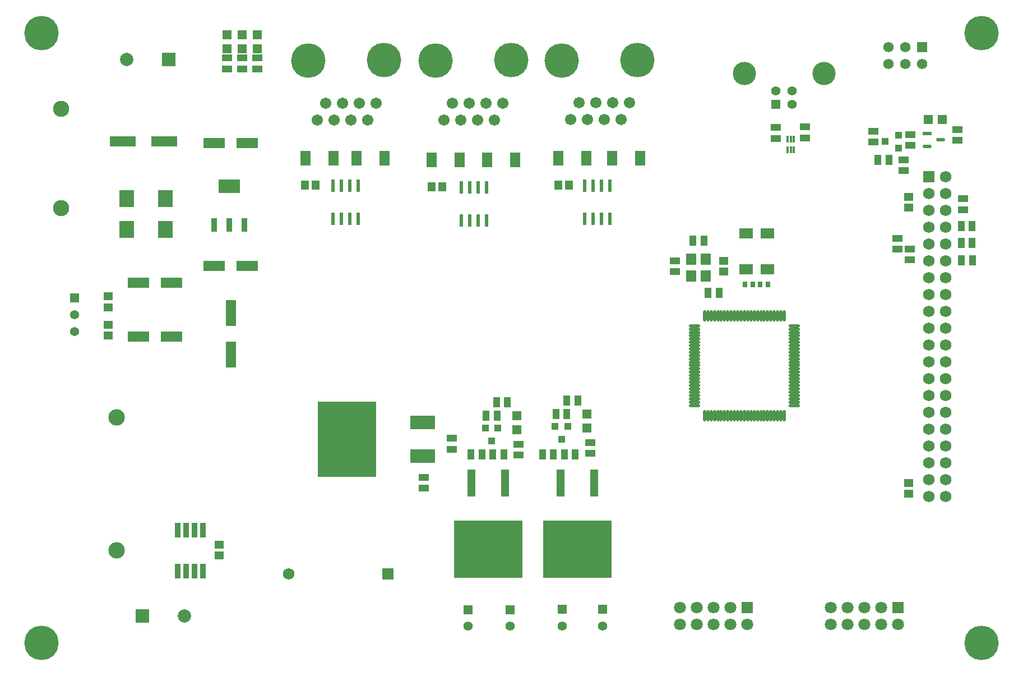
<source format=gts>
%FSLAX23Y23*%
%MOIN*%
%SFA1B1*%

%IPPOS*%
%AMD45*
4,1,8,0.014800,0.011500,-0.014800,0.011500,-0.026300,0.000000,-0.026300,0.000000,-0.014800,-0.011500,0.014800,-0.011500,0.026300,0.000000,0.026300,0.000000,0.014800,0.011500,0.0*
1,1,0.023040,0.014800,0.000000*
1,1,0.023040,-0.014800,0.000000*
1,1,0.023040,-0.014800,0.000000*
1,1,0.023040,0.014800,0.000000*
%
%ADD19R,0.029530X0.035430*%
%ADD20R,0.057330X0.051360*%
%ADD21R,0.086610X0.098430*%
%ADD22R,0.157480X0.062990*%
%ADD26R,0.063780X0.085830*%
%ADD27R,0.011810X0.038980*%
%ADD29R,0.125980X0.062990*%
%ADD30R,0.051360X0.057330*%
%ADD32R,0.062990X0.157480*%
%ADD33R,0.059060X0.066930*%
%ADD36R,0.020870X0.077950*%
%ADD37R,0.127950X0.084650*%
%ADD38R,0.037400X0.084650*%
%ADD42R,0.350000X0.450000*%
%ADD43R,0.150000X0.081890*%
%ADD44R,0.052600X0.023030*%
G04~CAMADD=45~8~0.0~0.0~526.0~230.3~115.2~0.0~15~0.0~0.0~0.0~0.0~0~0.0~0.0~0.0~0.0~0~0.0~0.0~0.0~0.0~526.0~230.3*
%ADD45D45*%
%ADD47R,0.034000X0.088000*%
%ADD48R,0.405640X0.338710*%
%ADD49R,0.045400X0.159580*%
%ADD50R,0.055240X0.055240*%
%ADD51R,0.055240X0.055240*%
%ADD52R,0.061150X0.041470*%
%ADD53R,0.082800X0.059180*%
%ADD54R,0.041470X0.061150*%
%ADD55O,0.017840X0.069020*%
%ADD56O,0.069020X0.017840*%
%ADD57R,0.043430X0.039500*%
%ADD58R,0.039500X0.043430*%
%ADD59R,0.068900X0.068900*%
%ADD60C,0.068900*%
%ADD61C,0.137800*%
%ADD62R,0.055910X0.055910*%
%ADD63C,0.055910*%
%ADD64C,0.069020*%
%ADD65R,0.069020X0.069020*%
%ADD66C,0.070990*%
%ADD67R,0.070990X0.070990*%
%ADD68R,0.061810X0.061810*%
%ADD69C,0.061810*%
%ADD70R,0.078870X0.078870*%
%ADD71C,0.078870*%
%ADD72R,0.055120X0.055120*%
%ADD73C,0.055120*%
%ADD74C,0.097760*%
%ADD75C,0.204850*%
%ADD76C,0.067060*%
%ADD77R,0.053980X0.053980*%
%ADD78C,0.053980*%
%ADD79C,0.096580*%
%LNpcb-1*%
%LPD*%
G54D19*
X4723Y2470D03*
X4676D03*
X4633D03*
X4586D03*
G54D20*
X1460Y862D03*
Y925D03*
X4460Y2548D03*
Y2611D03*
X5560Y1291D03*
Y1228D03*
Y2928D03*
Y2991D03*
X800Y2168D03*
Y2231D03*
Y2400D03*
Y2336D03*
G54D21*
X1140Y2797D03*
Y2982D03*
X910Y2797D03*
Y2982D03*
G54D22*
X1132Y3320D03*
X887D03*
G54D26*
X3053Y3210D03*
X3219D03*
X2723D03*
X2889D03*
X3796Y3220D03*
X3963D03*
X1975D03*
X2141D03*
X2278D03*
X2444D03*
X3476D03*
X3643D03*
G54D27*
X4878Y3335D03*
X4859D03*
X4839D03*
Y3272D03*
X4859D03*
X4878D03*
G54D29*
X980Y2480D03*
X1176D03*
X1178Y2160D03*
X981D03*
X1431Y3310D03*
X1628D03*
Y2580D03*
X1431D03*
G54D30*
X1969Y3060D03*
X2033D03*
X3476D03*
X3540D03*
X2724Y3050D03*
X2788D03*
G54D32*
X1530Y2300D03*
Y2055D03*
G54D33*
X4353Y2620D03*
Y2520D03*
X4266D03*
Y2620D03*
G54D36*
X2901Y3047D03*
X2951D03*
X3001D03*
X3051D03*
Y2852D03*
X3001D03*
X2951D03*
X2901D03*
X3635Y2862D03*
X3685D03*
X3735D03*
X3785D03*
Y3057D03*
X3735D03*
X3685D03*
X3635D03*
X2136Y2862D03*
X2186D03*
X2236D03*
X2286D03*
Y3057D03*
X2236D03*
X2186D03*
X2136D03*
G54D37*
X1520Y3054D03*
G54D38*
X1610Y2825D03*
X1520D03*
X1429D03*
G54D42*
X2221Y1550D03*
G54D43*
X2671Y1450D03*
Y1650D03*
G54D44*
X5669Y3367D03*
G54D45*
X5669Y3292D03*
X5750Y3330D03*
G54D47*
X1365Y1011D03*
Y769D03*
X1315Y1011D03*
X1265D03*
X1315Y769D03*
X1265D03*
X1215Y1011D03*
Y769D03*
G54D48*
X3060Y898D03*
X3590Y898D03*
G54D49*
X2960Y1290D03*
X3160D03*
X3490Y1290D03*
X3690D03*
G54D50*
X3646Y1701D03*
Y1618D03*
X3230Y1691D03*
Y1608D03*
X1508Y3956D03*
Y3873D03*
X1598Y3956D03*
Y3873D03*
X1688Y3956D03*
Y3873D03*
G54D51*
X5677Y3450D03*
X5760D03*
G54D52*
X2677Y1326D03*
Y1261D03*
X1688Y3752D03*
Y3817D03*
X4170Y2547D03*
Y2612D03*
X5883Y2981D03*
Y2916D03*
X5492Y2680D03*
Y2745D03*
X5566Y2682D03*
Y2617D03*
X5350Y3382D03*
Y3317D03*
X5570Y3362D03*
Y3297D03*
X5850Y3327D03*
Y3392D03*
X5530Y3212D03*
Y3147D03*
X2844Y1493D03*
Y1558D03*
X4942Y3343D03*
Y3408D03*
X4770Y3339D03*
Y3404D03*
X1598Y3752D03*
Y3817D03*
X1508Y3752D03*
Y3817D03*
X3666Y1467D03*
Y1532D03*
X3240Y1457D03*
Y1522D03*
G54D53*
X4594Y2560D03*
X4720D03*
X4594Y2776D03*
X4720D03*
G54D54*
X4277Y2730D03*
X4342D03*
X4367Y2420D03*
X4432D03*
X5938Y2818D03*
X5873D03*
X5938Y2717D03*
X5873D03*
X5939Y2614D03*
X5874D03*
X5442Y3210D03*
X5377D03*
X3528Y1700D03*
X3463D03*
X3112Y1690D03*
X3047D03*
X3528Y1780D03*
X3593D03*
X3110Y1770D03*
X3175D03*
X3578Y1460D03*
X3513D03*
X3152D03*
X3087D03*
X3383D03*
X3448D03*
X2957D03*
X3022D03*
G54D55*
X4819Y2286D03*
X4800D03*
X4780D03*
X4760D03*
X4741D03*
X4721D03*
X4701D03*
X4682D03*
X4662D03*
X4642D03*
X4623D03*
X4603D03*
X4583D03*
X4564D03*
X4544D03*
X4524D03*
X4505D03*
X4485D03*
X4465D03*
X4445D03*
X4426D03*
X4406D03*
X4386D03*
X4367D03*
X4347D03*
Y1693D03*
X4367D03*
X4386D03*
X4406D03*
X4426D03*
X4445D03*
X4465D03*
X4485D03*
X4505D03*
X4524D03*
X4544D03*
X4564D03*
X4583D03*
X4603D03*
X4623D03*
X4642D03*
X4662D03*
X4682D03*
X4701D03*
X4721D03*
X4741D03*
X4760D03*
X4780D03*
X4800D03*
X4819D03*
G54D56*
X4287Y2226D03*
Y2206D03*
Y2186D03*
Y2167D03*
Y2147D03*
Y2127D03*
Y2108D03*
Y2088D03*
Y2068D03*
Y2049D03*
Y2029D03*
Y2009D03*
Y1990D03*
Y1970D03*
Y1950D03*
Y1930D03*
Y1911D03*
Y1891D03*
Y1871D03*
Y1852D03*
Y1832D03*
Y1812D03*
Y1793D03*
Y1773D03*
Y1753D03*
X4880D03*
Y1773D03*
Y1793D03*
Y1812D03*
Y1832D03*
Y1852D03*
Y1871D03*
Y1891D03*
Y1911D03*
Y1930D03*
Y1950D03*
Y1970D03*
Y1990D03*
Y2009D03*
Y2029D03*
Y2049D03*
Y2068D03*
Y2088D03*
Y2108D03*
Y2127D03*
Y2147D03*
Y2167D03*
Y2186D03*
Y2206D03*
Y2226D03*
G54D57*
X5420Y3320D03*
X5499Y3357D03*
Y3282D03*
G54D58*
X3080Y1540D03*
X3042Y1619D03*
X3117D03*
X3496Y1550D03*
X3458Y1629D03*
X3533D03*
G54D59*
X2465Y750D03*
G54D60*
X1874Y750D03*
G54D61*
X5056Y3726D03*
X4582D03*
G54D62*
X4770Y3541D03*
G54D63*
X4868Y3541D03*
Y3620D03*
X4770D03*
G54D64*
X5680Y1210D03*
Y1310D03*
Y1410D03*
Y1510D03*
Y1610D03*
Y1710D03*
Y1810D03*
Y1910D03*
Y2010D03*
Y2110D03*
Y2210D03*
Y2310D03*
Y2410D03*
Y2510D03*
Y2610D03*
Y2710D03*
Y2810D03*
Y2910D03*
Y3010D03*
X5780Y1210D03*
Y1310D03*
Y1410D03*
Y1510D03*
Y1610D03*
Y1710D03*
Y1810D03*
Y1910D03*
Y2010D03*
Y2110D03*
Y2210D03*
Y2310D03*
Y2410D03*
Y2510D03*
Y2610D03*
Y2710D03*
Y2810D03*
Y2910D03*
Y3010D03*
Y3110D03*
G54D65*
X5680Y3110D03*
G54D66*
X4600Y450D03*
X4500D03*
X4400D03*
X4300D03*
X4200D03*
X4500Y550D03*
X4400D03*
X4300D03*
X4200D03*
X5098Y550D03*
X5198D03*
X5298D03*
X5398D03*
X5098Y450D03*
X5198D03*
X5298D03*
X5398D03*
X5498D03*
G54D67*
X4600Y550D03*
X5498Y550D03*
G54D68*
X5640Y3880D03*
G54D69*
X5540Y3880D03*
X5440D03*
X5640Y3780D03*
X5540D03*
X5440D03*
G54D70*
X1005Y500D03*
X1159Y3808D03*
G54D71*
X1255Y500D03*
X909Y3808D03*
G54D72*
X3740Y540D03*
X3500D03*
X2940Y538D03*
X3190D03*
G54D73*
X3740Y441D03*
X3500D03*
X2940Y440D03*
X3190D03*
G54D74*
X850Y893D03*
Y1681D03*
G54D75*
X2746Y3800D03*
X3196Y3805D03*
X3948Y3806D03*
X3498Y3801D03*
X1991Y3800D03*
X2441Y3805D03*
X5994Y343D03*
Y3965D03*
X404Y343D03*
Y3965D03*
G54D76*
X3048Y3548D03*
X2998Y3448D03*
X2948Y3548D03*
X2898Y3448D03*
X2848Y3548D03*
X2798Y3448D03*
X3148Y3548D03*
X3098Y3448D03*
X3850Y3450D03*
X3900Y3550D03*
X3550Y3450D03*
X3600Y3550D03*
X3650Y3450D03*
X3700Y3550D03*
X3750Y3450D03*
X3800Y3550D03*
X2293Y3548D03*
X2243Y3448D03*
X2193Y3548D03*
X2143Y3448D03*
X2093Y3548D03*
X2043Y3448D03*
X2393Y3548D03*
X2343Y3448D03*
G54D77*
X600Y2390D03*
G54D78*
X600Y2290D03*
Y2190D03*
G54D79*
X520Y3515D03*
Y2924D03*
M02*
</source>
